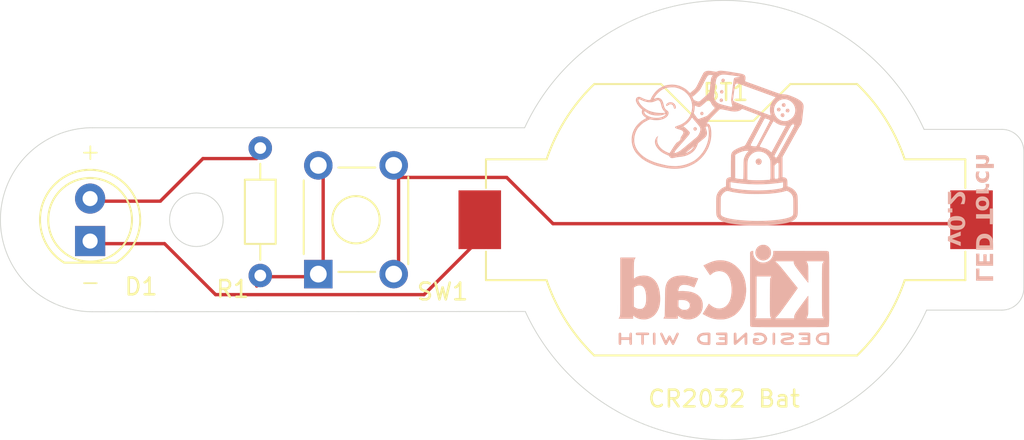
<source format=kicad_pcb>
(kicad_pcb (version 20241229) (generator "pcbnew") (generator_version "9.0")
  (title_block (title "LED Torch") (date "2025-07-05") (rev "0.2") (company "Sevillabot") (comment 1 "Project 1") (comment 2 "KiCAD like a Pro - Udemy Course") (comment 3 "A basic PCB project"))
  (layers (0 "F.Cu" signal) (2 "B.Cu" signal) (13 "F.Paste" user) (15 "B.Paste" user) (5 "F.SilkS" user "F.Silkscreen") (7 "B.SilkS" user "B.Silkscreen") (1 "F.Mask" user) (3 "B.Mask" user) (25 "Edge.Cuts" user))
  (net 0 "")
  (net 1 "/bat_pos")
  (net 2 "/LED_cathode")
  (net 3 "/LED_anode")
  (net 4 "Net-(SW1A-A)")
  (footprint "Battery:BatteryHolder_Keystone_1058_1x2032" (layer "F.Cu") (at 97 137 180)
    (property "Reference" "BT1" (at 0 7.62 0) (layer "F.SilkS"))
    (property "Value" "CR2032 Bat" (at 0.1 -10.7 0) (layer "F.SilkS"))
    (pad "1" smd rect (at -14.68 0 180) (size 2.54 3.51) (layers "F.Cu" "F.Mask" "F.Paste") (net 1 "/bat_pos"))
    (pad "2" smd rect (at 14.68 0 180) (size 2.54 3.51) (layers "F.Cu" "F.Mask" "F.Paste") (net 2 "/LED_cathode"))
  )
  (footprint "LED_THT:LED_D5.0mm" (layer "F.Cu") (at 59.055 138.275 90)
    (property "Reference" "D1" (at -2.725 3.045 180) (layer "F.SilkS"))
    (property "Value" "LED")
    (pad "1" thru_hole rect (at 0 0 90) (size 1.8 1.8) (drill 0.9) (layers "*.Cu" "*.Mask") (net 2 "/LED_cathode"))
    (pad "2" thru_hole circle (at 2.54 0 90) (size 1.8 1.8) (drill 0.9) (layers "*.Cu" "*.Mask") (net 3 "/LED_anode"))
  )
  (footprint "Button_Switch_THT:SW_TH_Tactile_Omron_B3F-10xx" (layer "F.Cu") (at 72.68 140.25 90)
    (property "Reference" "SW1" (at -1.05 7.42 180) (layer "F.SilkS"))
    (property "Value" "SW_DPDT_x2")
    (pad "1" thru_hole rect (at 0 0 90) (size 1.7 1.7) (drill 1) (layers "*.Cu" "*.Mask") (net 4 "Net-(SW1A-A)"))
    (pad "1" thru_hole circle (at 6.5 0 90) (size 1.7 1.7) (drill 1) (layers "*.Cu" "*.Mask") (net 4 "Net-(SW1A-A)"))
    (pad "2" thru_hole circle (at 0 4.5 90) (size 1.7 1.7) (drill 1) (layers "*.Cu" "*.Mask") (net 1 "/bat_pos"))
    (pad "2" thru_hole circle (at 6.5 4.5 90) (size 1.7 1.7) (drill 1) (layers "*.Cu" "*.Mask") (net 1 "/bat_pos"))
  )
  (footprint "Resistor_THT:R_Axial_DIN0204_L3.6mm_D1.6mm_P7.62mm_Horizontal" (layer "F.Cu") (at 69.215 132.715 -90)
    (property "Reference" "R1" (at 8.435 1.645 180) (layer "F.SilkS"))
    (property "Value" "R")
    (pad "1" thru_hole circle (at 0 0 270) (size 1.4 1.4) (drill 0.7) (layers "*.Cu" "*.Mask") (net 3 "/LED_anode"))
    (pad "2" thru_hole circle (at 7.62 0 270) (size 1.4 1.4) (drill 0.7) (layers "*.Cu" "*.Mask") (net 4 "Net-(SW1A-A)"))
  )
  (footprint "COURSELIB:duckie_logo_12mm" (layer "B.Cu") (at 96.245829 132.735371 180)
    (property "Reference" "G***" (hide yes))
    (property "Value" "LOGO" (hide yes))
  )
  (footprint "Symbol:KiCad-Logo2_5mm_SilkScreen" (layer "B.Cu") (at 96.901 141.478 180)
    (property "Reference" "REF**" (hide yes))
    (property "Value" "KiCad-Logo2_5mm_SilkScreen" (hide yes))
  )
  (gr_circle (center 65.4 137) (end 67 137) (stroke (width 0.05)) (fill no) (layer "Edge.Cuts"))
  (gr_line (start 114.8 132.9) (end 114.799998 141.099999) (stroke (width 0.05)) (layer "Edge.Cuts"))
  (gr_line (start 59.2 142.5) (end 85.037591 142.482769) (stroke (width 0.05)) (layer "Edge.Cuts"))
  (gr_arc (start 114.799999 141.099999) (mid 114.419238 142.019238) (end 113.499999 142.399999) (stroke (width 0.05)) (layer "Edge.Cuts"))
  (gr_line (start 59.2 131.5) (end 85 131.5) (stroke (width 0.05)) (layer "Edge.Cuts"))
  (gr_line (start 113.5 142.399999) (end 109 142.4) (stroke (width 0.05)) (layer "Edge.Cuts"))
  (gr_arc (start 113.5 131.6) (mid 114.419239 131.980761) (end 114.8 132.9) (stroke (width 0.05)) (layer "Edge.Cuts"))
  (gr_line (start 113.5 131.6) (end 108.845711 131.6) (stroke (width 0.05)) (layer "Edge.Cuts"))
  (gr_arc (start 109 142.4) (mid 97.045453 150.158949) (end 85.037591 142.482769) (stroke (width 0.05)) (layer "Edge.Cuts"))
  (gr_arc (start 59.2 142.5) (mid 53.7 137) (end 59.2 131.5) (stroke (width 0.05)) (layer "Edge.Cuts"))
  (gr_arc (start 85 131.5) (mid 96.954976 123.890577) (end 108.845711 131.6) (stroke (width 0.05)) (layer "Edge.Cuts"))
  (gr_text "-\n" (at 58.385953 141.3 0) (layer "F.SilkS") (effects (font (size 1 1) (thickness 0.1)) (justify left bottom)))
  (gr_text "+" (at 58.385953 133.5 0) (layer "F.SilkS") (effects (font (size 1 1) (thickness 0.1)) (justify left bottom)))
  (gr_text "LED Torch\nv0.2" (at 110.1 136.9 270) (layer "B.SilkS") (effects (font (size 1 1) (thickness 0.2) (bold yes)) (justify bottom mirror)))
  (segment (start 83.924 134.47) (end 77.47 134.47) (width 0.2) (layer "F.Cu") (net 1))
  (segment (start 77.47 133.905) (end 77.47 140.405) (width 0.2) (layer "F.Cu") (net 1))
  (segment (start 111.68 137.236068) (end 86.690068 137.236068) (width 0.2) (layer "F.Cu") (net 1))
  (segment (start 86.690068 137.236068) (end 83.924 134.47) (width 0.2) (layer "F.Cu") (net 1))
  (segment (start 66.548 141.478) (end 78.994 141.478) (width 0.2) (layer "F.Cu") (net 2))
  (segment (start 63.5 138.43) (end 66.548 141.478) (width 0.2) (layer "F.Cu") (net 2))
  (segment (start 82.32 138.152) (end 82.32 137) (width 0.2) (layer "F.Cu") (net 2))
  (segment (start 59.055 138.43) (end 63.5 138.43) (width 0.2) (layer "F.Cu") (net 2))
  (segment (start 78.994 141.478) (end 82.32 138.152) (width 0.2) (layer "F.Cu") (net 2))
  (segment (start 65.791 133.345) (end 69 133.345) (width 0.2) (layer "F.Cu") (net 3))
  (segment (start 59.055 135.89) (end 63.246 135.89) (width 0.2) (layer "F.Cu") (net 3))
  (segment (start 63.246 135.89) (end 65.791 133.345) (width 0.2) (layer "F.Cu") (net 3))
  (segment (start 72.97 140.97) (end 72.208 140.208) (width 0.2) (layer "F.Cu") (net 4))
  (segment (start 72.97 140.405) (end 69.56 140.405) (width 0.2) (layer "F.Cu") (net 4))
  (segment (start 69.56 140.405) (end 69 140.965) (width 0.2) (layer "F.Cu") (net 4))
  (segment (start 72.97 133.905) (end 72.97 140.405) (width 0.2) (layer "F.Cu") (net 4))
)
</source>
